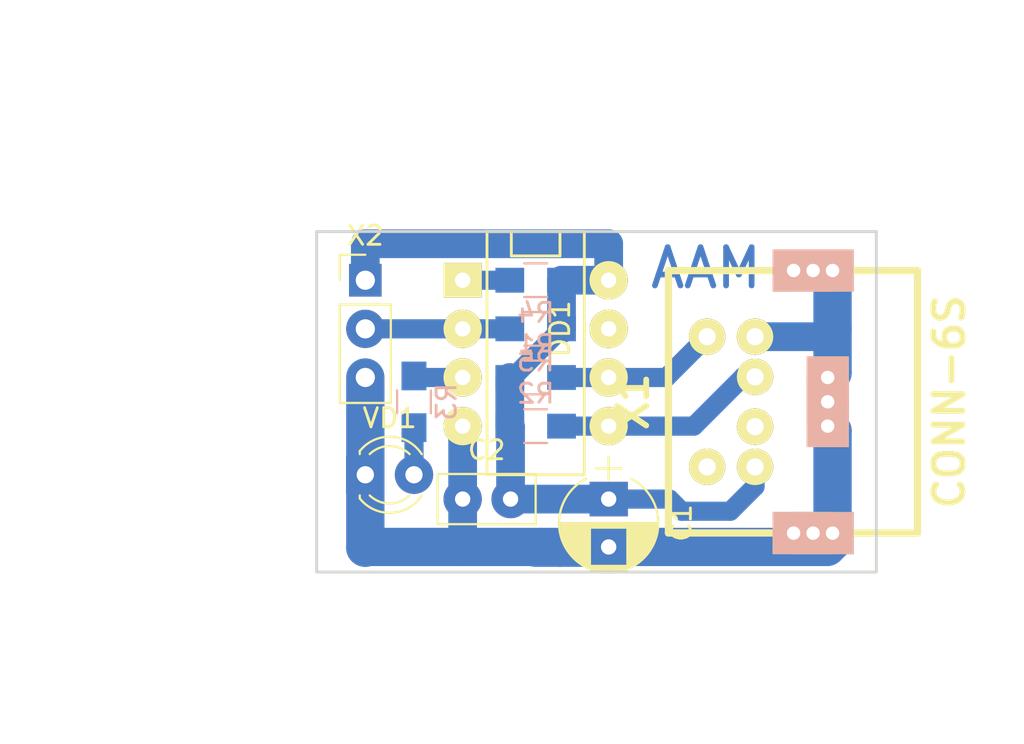
<source format=kicad_pcb>
(kicad_pcb (version 4) (host pcbnew 4.0.7)

  (general
    (links 31)
    (no_connects 0)
    (area 134.390001 50.64 188.060001 89.000001)
    (thickness 1.6)
    (drawings 11)
    (tracks 60)
    (zones 0)
    (modules 11)
    (nets 9)
  )

  (page A4)
  (layers
    (0 F.Cu signal)
    (31 B.Cu signal)
    (32 B.Adhes user)
    (33 F.Adhes user)
    (34 B.Paste user)
    (35 F.Paste user)
    (36 B.SilkS user)
    (37 F.SilkS user)
    (38 B.Mask user)
    (39 F.Mask user)
    (40 Dwgs.User user)
    (41 Cmts.User user)
    (42 Eco1.User user)
    (43 Eco2.User user)
    (44 Edge.Cuts user)
    (45 Margin user)
    (46 B.CrtYd user)
    (47 F.CrtYd user)
    (48 B.Fab user)
    (49 F.Fab user)
  )

  (setup
    (last_trace_width 2)
    (user_trace_width 1)
    (user_trace_width 1.5)
    (user_trace_width 2)
    (trace_clearance 0.2)
    (zone_clearance 0.508)
    (zone_45_only no)
    (trace_min 0.2)
    (segment_width 0.2)
    (edge_width 0.15)
    (via_size 0.6)
    (via_drill 0.4)
    (via_min_size 0.4)
    (via_min_drill 0.3)
    (uvia_size 0.3)
    (uvia_drill 0.1)
    (uvias_allowed no)
    (uvia_min_size 0.2)
    (uvia_min_drill 0.1)
    (pcb_text_width 0.3)
    (pcb_text_size 1.5 1.5)
    (mod_edge_width 0.15)
    (mod_text_size 1 1)
    (mod_text_width 0.15)
    (pad_size 1.9 1.9)
    (pad_drill 0.9)
    (pad_to_mask_clearance 0.2)
    (aux_axis_origin 0 0)
    (visible_elements FFFFFF7F)
    (pcbplotparams
      (layerselection 0x00030_80000001)
      (usegerberextensions false)
      (excludeedgelayer true)
      (linewidth 0.100000)
      (plotframeref false)
      (viasonmask false)
      (mode 1)
      (useauxorigin false)
      (hpglpennumber 1)
      (hpglpenspeed 20)
      (hpglpendiameter 15)
      (hpglpenoverlay 2)
      (psnegative false)
      (psa4output false)
      (plotreference true)
      (plotvalue true)
      (plotinvisibletext false)
      (padsonsilk false)
      (subtractmaskfromsilk false)
      (outputformat 1)
      (mirror false)
      (drillshape 1)
      (scaleselection 1)
      (outputdirectory ""))
  )

  (net 0 "")
  (net 1 VCC)
  (net 2 GND)
  (net 3 "Net-(DD1-Pad1)")
  (net 4 "Net-(DD1-Pad2)")
  (net 5 "Net-(DD1-Pad3)")
  (net 6 "Net-(DD1-Pad5)")
  (net 7 "Net-(DD1-Pad6)")
  (net 8 "Net-(R3-Pad1)")

  (net_class Default "Это класс цепей по умолчанию."
    (clearance 0.2)
    (trace_width 0.4)
    (via_dia 0.6)
    (via_drill 0.4)
    (uvia_dia 0.3)
    (uvia_drill 0.1)
    (add_net GND)
    (add_net "Net-(DD1-Pad1)")
    (add_net "Net-(DD1-Pad2)")
    (add_net "Net-(DD1-Pad3)")
    (add_net "Net-(DD1-Pad5)")
    (add_net "Net-(DD1-Pad6)")
    (add_net "Net-(R3-Pad1)")
    (add_net VCC)
  )

  (module MyLib:Mini_din6 (layer F.Cu) (tedit 5A880D45) (tstamp 5A842308)
    (at 175.26 71.12 90)
    (tags "MINI DIN")
    (path /5A8412C8)
    (fp_text reference X1 (at 0 -7.62 90) (layer F.SilkS)
      (effects (font (thickness 0.3048)))
    )
    (fp_text value CONN-6S (at 0 8.89 90) (layer F.SilkS)
      (effects (font (thickness 0.3048)))
    )
    (fp_line (start -6.85 -5.77) (end 6.85 -5.77) (layer F.SilkS) (width 0.381))
    (fp_line (start 6.85 -5.77) (end 6.85 7.23) (layer F.SilkS) (width 0.381))
    (fp_line (start 6.85 7.23) (end -6.85 7.23) (layer F.SilkS) (width 0.381))
    (fp_line (start -6.85 7.23) (end -6.85 -5.77) (layer F.SilkS) (width 0.381))
    (pad 2 thru_hole circle (at -1.3 -1.25 90) (size 1.9 1.9) (drill 0.9) (layers *.Cu *.Mask F.SilkS))
    (pad 1 thru_hole circle (at 1.3 -1.25 90) (size 1.9 1.9) (drill 0.9) (layers *.Cu *.Mask F.SilkS)
      (net 6 "Net-(DD1-Pad5)"))
    (pad 5 thru_hole circle (at 3.4 -3.75 90) (size 1.9 1.9) (drill 0.9) (layers *.Cu *.Mask F.SilkS)
      (net 7 "Net-(DD1-Pad6)"))
    (pad 6 thru_hole circle (at -3.4 -3.75 90) (size 1.9 1.9) (drill 0.9) (layers *.Cu *.Mask F.SilkS))
    (pad 4 thru_hole circle (at -3.4 -1.25 90) (size 1.9 1.9) (drill 0.9) (layers *.Cu *.Mask F.SilkS)
      (net 1 VCC))
    (pad 3 thru_hole circle (at 3.4 -1.25 90) (size 1.9 1.9) (drill 0.9) (layers *.Cu *.Mask F.SilkS)
      (net 2 GND))
    (pad S thru_hole rect (at -6.858 0.762 90) (size 2.2 2.2) (drill 0.70104) (layers *.Cu *.SilkS *.Mask)
      (net 2 GND))
    (pad S thru_hole rect (at -6.858 2.794 90) (size 2.2 2.2) (drill 0.70104) (layers *.Cu *.SilkS *.Mask)
      (net 2 GND))
    (pad S thru_hole rect (at -6.858 1.778 90) (size 2.2 2.2) (drill 0.70104) (layers *.Cu *.SilkS *.Mask)
      (net 2 GND))
    (pad S thru_hole rect (at 6.858 0.762 90) (size 2.2 2.2) (drill 0.70104) (layers *.Cu *.SilkS *.Mask)
      (net 2 GND))
    (pad S thru_hole rect (at 6.858 2.794 90) (size 2.2 2.2) (drill 0.70104) (layers *.Cu *.SilkS *.Mask)
      (net 2 GND))
    (pad S thru_hole rect (at 6.858 1.778 90) (size 2.2 2.2) (drill 0.70104) (layers *.Cu *.SilkS *.Mask)
      (net 2 GND))
    (pad S thru_hole rect (at -1.27 2.54 90) (size 2.2 2.2) (drill 0.70104) (layers *.Cu *.SilkS *.Mask)
      (net 2 GND))
    (pad S thru_hole rect (at 1.27 2.54 90) (size 2.2 2.2) (drill 0.70104) (layers *.Cu *.SilkS *.Mask)
      (net 2 GND))
    (pad S thru_hole rect (at 0 2.54 90) (size 2.2 2.2) (drill 0.70104) (layers *.Cu *.SilkS *.Mask)
      (net 2 GND))
    (model /home/las/Dropbox/Work/Kicad/3dpackages/minidin_6.wrl
      (at (xyz 0 0 0))
      (scale (xyz 1 1 1))
      (rotate (xyz 0 0 0))
    )
  )

  (module Capacitors_ThroughHole:C_Disc_D5.0mm_W2.5mm_P2.50mm (layer F.Cu) (tedit 5A85C0B4) (tstamp 5A8422C0)
    (at 158.75 76.2)
    (descr "C, Disc series, Radial, pin pitch=2.50mm, , diameter*width=5*2.5mm^2, Capacitor, http://cdn-reichelt.de/documents/datenblatt/B300/DS_KERKO_TC.pdf")
    (tags "C Disc series Radial pin pitch 2.50mm  diameter 5mm width 2.5mm Capacitor")
    (path /5A8423AC)
    (fp_text reference C2 (at 1.25 -2.56) (layer F.SilkS)
      (effects (font (size 1 1) (thickness 0.15)))
    )
    (fp_text value CAP (at 1.25 2.56) (layer F.Fab)
      (effects (font (size 1 1) (thickness 0.15)))
    )
    (fp_line (start -1.25 -1.25) (end -1.25 1.25) (layer F.Fab) (width 0.1))
    (fp_line (start -1.25 1.25) (end 3.75 1.25) (layer F.Fab) (width 0.1))
    (fp_line (start 3.75 1.25) (end 3.75 -1.25) (layer F.Fab) (width 0.1))
    (fp_line (start 3.75 -1.25) (end -1.25 -1.25) (layer F.Fab) (width 0.1))
    (fp_line (start -1.31 -1.31) (end 3.81 -1.31) (layer F.SilkS) (width 0.12))
    (fp_line (start -1.31 1.31) (end 3.81 1.31) (layer F.SilkS) (width 0.12))
    (fp_line (start -1.31 -1.31) (end -1.31 1.31) (layer F.SilkS) (width 0.12))
    (fp_line (start 3.81 -1.31) (end 3.81 1.31) (layer F.SilkS) (width 0.12))
    (fp_line (start -1.6 -1.6) (end -1.6 1.6) (layer F.CrtYd) (width 0.05))
    (fp_line (start -1.6 1.6) (end 4.1 1.6) (layer F.CrtYd) (width 0.05))
    (fp_line (start 4.1 1.6) (end 4.1 -1.6) (layer F.CrtYd) (width 0.05))
    (fp_line (start 4.1 -1.6) (end -1.6 -1.6) (layer F.CrtYd) (width 0.05))
    (fp_text user %R (at 1.25 0) (layer F.Fab)
      (effects (font (size 1 1) (thickness 0.15)))
    )
    (pad 1 thru_hole circle (at 0 0) (size 2 2) (drill 0.8) (layers *.Cu *.Mask)
      (net 2 GND))
    (pad 2 thru_hole circle (at 2.5 0) (size 2 2) (drill 0.8) (layers *.Cu *.Mask)
      (net 1 VCC))
    (model ${KISYS3DMOD}/Capacitors_THT.3dshapes/C_Disc_D5.0mm_W2.5mm_P2.50mm.wrl
      (at (xyz 0 0 0))
      (scale (xyz 1 1 1))
      (rotate (xyz 0 0 0))
    )
  )

  (module Capacitors_ThroughHole:CP_Radial_D5.0mm_P2.50mm (layer F.Cu) (tedit 5A85C0CF) (tstamp 5A8422BA)
    (at 166.37 76.2 270)
    (descr "CP, Radial series, Radial, pin pitch=2.50mm, , diameter=5mm, Electrolytic Capacitor")
    (tags "CP Radial series Radial pin pitch 2.50mm  diameter 5mm Electrolytic Capacitor")
    (path /5A842409)
    (fp_text reference C1 (at 1.25 -3.81 270) (layer F.SilkS)
      (effects (font (size 1 1) (thickness 0.15)))
    )
    (fp_text value CAPP (at 1.25 3.81 270) (layer F.Fab)
      (effects (font (size 1 1) (thickness 0.15)))
    )
    (fp_arc (start 1.25 0) (end -1.05558 -1.18) (angle 125.8) (layer F.SilkS) (width 0.12))
    (fp_arc (start 1.25 0) (end -1.05558 1.18) (angle -125.8) (layer F.SilkS) (width 0.12))
    (fp_arc (start 1.25 0) (end 3.55558 -1.18) (angle 54.2) (layer F.SilkS) (width 0.12))
    (fp_circle (center 1.25 0) (end 3.75 0) (layer F.Fab) (width 0.1))
    (fp_line (start -2.2 0) (end -1 0) (layer F.Fab) (width 0.1))
    (fp_line (start -1.6 -0.65) (end -1.6 0.65) (layer F.Fab) (width 0.1))
    (fp_line (start 1.25 -2.55) (end 1.25 2.55) (layer F.SilkS) (width 0.12))
    (fp_line (start 1.29 -2.55) (end 1.29 2.55) (layer F.SilkS) (width 0.12))
    (fp_line (start 1.33 -2.549) (end 1.33 2.549) (layer F.SilkS) (width 0.12))
    (fp_line (start 1.37 -2.548) (end 1.37 2.548) (layer F.SilkS) (width 0.12))
    (fp_line (start 1.41 -2.546) (end 1.41 2.546) (layer F.SilkS) (width 0.12))
    (fp_line (start 1.45 -2.543) (end 1.45 2.543) (layer F.SilkS) (width 0.12))
    (fp_line (start 1.49 -2.539) (end 1.49 2.539) (layer F.SilkS) (width 0.12))
    (fp_line (start 1.53 -2.535) (end 1.53 -0.98) (layer F.SilkS) (width 0.12))
    (fp_line (start 1.53 0.98) (end 1.53 2.535) (layer F.SilkS) (width 0.12))
    (fp_line (start 1.57 -2.531) (end 1.57 -0.98) (layer F.SilkS) (width 0.12))
    (fp_line (start 1.57 0.98) (end 1.57 2.531) (layer F.SilkS) (width 0.12))
    (fp_line (start 1.61 -2.525) (end 1.61 -0.98) (layer F.SilkS) (width 0.12))
    (fp_line (start 1.61 0.98) (end 1.61 2.525) (layer F.SilkS) (width 0.12))
    (fp_line (start 1.65 -2.519) (end 1.65 -0.98) (layer F.SilkS) (width 0.12))
    (fp_line (start 1.65 0.98) (end 1.65 2.519) (layer F.SilkS) (width 0.12))
    (fp_line (start 1.69 -2.513) (end 1.69 -0.98) (layer F.SilkS) (width 0.12))
    (fp_line (start 1.69 0.98) (end 1.69 2.513) (layer F.SilkS) (width 0.12))
    (fp_line (start 1.73 -2.506) (end 1.73 -0.98) (layer F.SilkS) (width 0.12))
    (fp_line (start 1.73 0.98) (end 1.73 2.506) (layer F.SilkS) (width 0.12))
    (fp_line (start 1.77 -2.498) (end 1.77 -0.98) (layer F.SilkS) (width 0.12))
    (fp_line (start 1.77 0.98) (end 1.77 2.498) (layer F.SilkS) (width 0.12))
    (fp_line (start 1.81 -2.489) (end 1.81 -0.98) (layer F.SilkS) (width 0.12))
    (fp_line (start 1.81 0.98) (end 1.81 2.489) (layer F.SilkS) (width 0.12))
    (fp_line (start 1.85 -2.48) (end 1.85 -0.98) (layer F.SilkS) (width 0.12))
    (fp_line (start 1.85 0.98) (end 1.85 2.48) (layer F.SilkS) (width 0.12))
    (fp_line (start 1.89 -2.47) (end 1.89 -0.98) (layer F.SilkS) (width 0.12))
    (fp_line (start 1.89 0.98) (end 1.89 2.47) (layer F.SilkS) (width 0.12))
    (fp_line (start 1.93 -2.46) (end 1.93 -0.98) (layer F.SilkS) (width 0.12))
    (fp_line (start 1.93 0.98) (end 1.93 2.46) (layer F.SilkS) (width 0.12))
    (fp_line (start 1.971 -2.448) (end 1.971 -0.98) (layer F.SilkS) (width 0.12))
    (fp_line (start 1.971 0.98) (end 1.971 2.448) (layer F.SilkS) (width 0.12))
    (fp_line (start 2.011 -2.436) (end 2.011 -0.98) (layer F.SilkS) (width 0.12))
    (fp_line (start 2.011 0.98) (end 2.011 2.436) (layer F.SilkS) (width 0.12))
    (fp_line (start 2.051 -2.424) (end 2.051 -0.98) (layer F.SilkS) (width 0.12))
    (fp_line (start 2.051 0.98) (end 2.051 2.424) (layer F.SilkS) (width 0.12))
    (fp_line (start 2.091 -2.41) (end 2.091 -0.98) (layer F.SilkS) (width 0.12))
    (fp_line (start 2.091 0.98) (end 2.091 2.41) (layer F.SilkS) (width 0.12))
    (fp_line (start 2.131 -2.396) (end 2.131 -0.98) (layer F.SilkS) (width 0.12))
    (fp_line (start 2.131 0.98) (end 2.131 2.396) (layer F.SilkS) (width 0.12))
    (fp_line (start 2.171 -2.382) (end 2.171 -0.98) (layer F.SilkS) (width 0.12))
    (fp_line (start 2.171 0.98) (end 2.171 2.382) (layer F.SilkS) (width 0.12))
    (fp_line (start 2.211 -2.366) (end 2.211 -0.98) (layer F.SilkS) (width 0.12))
    (fp_line (start 2.211 0.98) (end 2.211 2.366) (layer F.SilkS) (width 0.12))
    (fp_line (start 2.251 -2.35) (end 2.251 -0.98) (layer F.SilkS) (width 0.12))
    (fp_line (start 2.251 0.98) (end 2.251 2.35) (layer F.SilkS) (width 0.12))
    (fp_line (start 2.291 -2.333) (end 2.291 -0.98) (layer F.SilkS) (width 0.12))
    (fp_line (start 2.291 0.98) (end 2.291 2.333) (layer F.SilkS) (width 0.12))
    (fp_line (start 2.331 -2.315) (end 2.331 -0.98) (layer F.SilkS) (width 0.12))
    (fp_line (start 2.331 0.98) (end 2.331 2.315) (layer F.SilkS) (width 0.12))
    (fp_line (start 2.371 -2.296) (end 2.371 -0.98) (layer F.SilkS) (width 0.12))
    (fp_line (start 2.371 0.98) (end 2.371 2.296) (layer F.SilkS) (width 0.12))
    (fp_line (start 2.411 -2.276) (end 2.411 -0.98) (layer F.SilkS) (width 0.12))
    (fp_line (start 2.411 0.98) (end 2.411 2.276) (layer F.SilkS) (width 0.12))
    (fp_line (start 2.451 -2.256) (end 2.451 -0.98) (layer F.SilkS) (width 0.12))
    (fp_line (start 2.451 0.98) (end 2.451 2.256) (layer F.SilkS) (width 0.12))
    (fp_line (start 2.491 -2.234) (end 2.491 -0.98) (layer F.SilkS) (width 0.12))
    (fp_line (start 2.491 0.98) (end 2.491 2.234) (layer F.SilkS) (width 0.12))
    (fp_line (start 2.531 -2.212) (end 2.531 -0.98) (layer F.SilkS) (width 0.12))
    (fp_line (start 2.531 0.98) (end 2.531 2.212) (layer F.SilkS) (width 0.12))
    (fp_line (start 2.571 -2.189) (end 2.571 -0.98) (layer F.SilkS) (width 0.12))
    (fp_line (start 2.571 0.98) (end 2.571 2.189) (layer F.SilkS) (width 0.12))
    (fp_line (start 2.611 -2.165) (end 2.611 -0.98) (layer F.SilkS) (width 0.12))
    (fp_line (start 2.611 0.98) (end 2.611 2.165) (layer F.SilkS) (width 0.12))
    (fp_line (start 2.651 -2.14) (end 2.651 -0.98) (layer F.SilkS) (width 0.12))
    (fp_line (start 2.651 0.98) (end 2.651 2.14) (layer F.SilkS) (width 0.12))
    (fp_line (start 2.691 -2.113) (end 2.691 -0.98) (layer F.SilkS) (width 0.12))
    (fp_line (start 2.691 0.98) (end 2.691 2.113) (layer F.SilkS) (width 0.12))
    (fp_line (start 2.731 -2.086) (end 2.731 -0.98) (layer F.SilkS) (width 0.12))
    (fp_line (start 2.731 0.98) (end 2.731 2.086) (layer F.SilkS) (width 0.12))
    (fp_line (start 2.771 -2.058) (end 2.771 -0.98) (layer F.SilkS) (width 0.12))
    (fp_line (start 2.771 0.98) (end 2.771 2.058) (layer F.SilkS) (width 0.12))
    (fp_line (start 2.811 -2.028) (end 2.811 -0.98) (layer F.SilkS) (width 0.12))
    (fp_line (start 2.811 0.98) (end 2.811 2.028) (layer F.SilkS) (width 0.12))
    (fp_line (start 2.851 -1.997) (end 2.851 -0.98) (layer F.SilkS) (width 0.12))
    (fp_line (start 2.851 0.98) (end 2.851 1.997) (layer F.SilkS) (width 0.12))
    (fp_line (start 2.891 -1.965) (end 2.891 -0.98) (layer F.SilkS) (width 0.12))
    (fp_line (start 2.891 0.98) (end 2.891 1.965) (layer F.SilkS) (width 0.12))
    (fp_line (start 2.931 -1.932) (end 2.931 -0.98) (layer F.SilkS) (width 0.12))
    (fp_line (start 2.931 0.98) (end 2.931 1.932) (layer F.SilkS) (width 0.12))
    (fp_line (start 2.971 -1.897) (end 2.971 -0.98) (layer F.SilkS) (width 0.12))
    (fp_line (start 2.971 0.98) (end 2.971 1.897) (layer F.SilkS) (width 0.12))
    (fp_line (start 3.011 -1.861) (end 3.011 -0.98) (layer F.SilkS) (width 0.12))
    (fp_line (start 3.011 0.98) (end 3.011 1.861) (layer F.SilkS) (width 0.12))
    (fp_line (start 3.051 -1.823) (end 3.051 -0.98) (layer F.SilkS) (width 0.12))
    (fp_line (start 3.051 0.98) (end 3.051 1.823) (layer F.SilkS) (width 0.12))
    (fp_line (start 3.091 -1.783) (end 3.091 -0.98) (layer F.SilkS) (width 0.12))
    (fp_line (start 3.091 0.98) (end 3.091 1.783) (layer F.SilkS) (width 0.12))
    (fp_line (start 3.131 -1.742) (end 3.131 -0.98) (layer F.SilkS) (width 0.12))
    (fp_line (start 3.131 0.98) (end 3.131 1.742) (layer F.SilkS) (width 0.12))
    (fp_line (start 3.171 -1.699) (end 3.171 -0.98) (layer F.SilkS) (width 0.12))
    (fp_line (start 3.171 0.98) (end 3.171 1.699) (layer F.SilkS) (width 0.12))
    (fp_line (start 3.211 -1.654) (end 3.211 -0.98) (layer F.SilkS) (width 0.12))
    (fp_line (start 3.211 0.98) (end 3.211 1.654) (layer F.SilkS) (width 0.12))
    (fp_line (start 3.251 -1.606) (end 3.251 -0.98) (layer F.SilkS) (width 0.12))
    (fp_line (start 3.251 0.98) (end 3.251 1.606) (layer F.SilkS) (width 0.12))
    (fp_line (start 3.291 -1.556) (end 3.291 -0.98) (layer F.SilkS) (width 0.12))
    (fp_line (start 3.291 0.98) (end 3.291 1.556) (layer F.SilkS) (width 0.12))
    (fp_line (start 3.331 -1.504) (end 3.331 -0.98) (layer F.SilkS) (width 0.12))
    (fp_line (start 3.331 0.98) (end 3.331 1.504) (layer F.SilkS) (width 0.12))
    (fp_line (start 3.371 -1.448) (end 3.371 -0.98) (layer F.SilkS) (width 0.12))
    (fp_line (start 3.371 0.98) (end 3.371 1.448) (layer F.SilkS) (width 0.12))
    (fp_line (start 3.411 -1.39) (end 3.411 -0.98) (layer F.SilkS) (width 0.12))
    (fp_line (start 3.411 0.98) (end 3.411 1.39) (layer F.SilkS) (width 0.12))
    (fp_line (start 3.451 -1.327) (end 3.451 -0.98) (layer F.SilkS) (width 0.12))
    (fp_line (start 3.451 0.98) (end 3.451 1.327) (layer F.SilkS) (width 0.12))
    (fp_line (start 3.491 -1.261) (end 3.491 1.261) (layer F.SilkS) (width 0.12))
    (fp_line (start 3.531 -1.189) (end 3.531 1.189) (layer F.SilkS) (width 0.12))
    (fp_line (start 3.571 -1.112) (end 3.571 1.112) (layer F.SilkS) (width 0.12))
    (fp_line (start 3.611 -1.028) (end 3.611 1.028) (layer F.SilkS) (width 0.12))
    (fp_line (start 3.651 -0.934) (end 3.651 0.934) (layer F.SilkS) (width 0.12))
    (fp_line (start 3.691 -0.829) (end 3.691 0.829) (layer F.SilkS) (width 0.12))
    (fp_line (start 3.731 -0.707) (end 3.731 0.707) (layer F.SilkS) (width 0.12))
    (fp_line (start 3.771 -0.559) (end 3.771 0.559) (layer F.SilkS) (width 0.12))
    (fp_line (start 3.811 -0.354) (end 3.811 0.354) (layer F.SilkS) (width 0.12))
    (fp_line (start -2.2 0) (end -1 0) (layer F.SilkS) (width 0.12))
    (fp_line (start -1.6 -0.65) (end -1.6 0.65) (layer F.SilkS) (width 0.12))
    (fp_line (start -1.6 -2.85) (end -1.6 2.85) (layer F.CrtYd) (width 0.05))
    (fp_line (start -1.6 2.85) (end 4.1 2.85) (layer F.CrtYd) (width 0.05))
    (fp_line (start 4.1 2.85) (end 4.1 -2.85) (layer F.CrtYd) (width 0.05))
    (fp_line (start 4.1 -2.85) (end -1.6 -2.85) (layer F.CrtYd) (width 0.05))
    (fp_text user %R (at 1.25 0 270) (layer F.Fab)
      (effects (font (size 1 1) (thickness 0.15)))
    )
    (pad 1 thru_hole rect (at 0 0 270) (size 1.8 2) (drill 0.8) (layers *.Cu *.Mask)
      (net 1 VCC))
    (pad 2 thru_hole circle (at 2.5 0 270) (size 2 2) (drill 0.8) (layers *.Cu *.Mask)
      (net 2 GND))
    (model ${KISYS3DMOD}/Capacitors_THT.3dshapes/CP_Radial_D5.0mm_P2.50mm.wrl
      (at (xyz 0 0 0))
      (scale (xyz 1 1 1))
      (rotate (xyz 0 0 0))
    )
  )

  (module MyLib:DIP-8 (layer F.Cu) (tedit 5A85C082) (tstamp 5A8422D3)
    (at 158.75 64.77 270)
    (descr "14 pins DIL package, elliptical pads")
    (tags DIL)
    (path /5A841252)
    (fp_text reference DD1 (at 2.54 -5.08 270) (layer F.SilkS)
      (effects (font (size 1 1) (thickness 0.15)))
    )
    (fp_text value ATtiny13 (at 3.81 -2.54 270) (layer F.Fab)
      (effects (font (size 1 1) (thickness 0.15)))
    )
    (fp_line (start -2.54 -6.35) (end 10.16 -6.35) (layer F.SilkS) (width 0.15))
    (fp_line (start 10.16 -1.27) (end -2.54 -1.27) (layer F.SilkS) (width 0.15))
    (fp_line (start -2.54 -1.27) (end -2.54 -6.35) (layer F.SilkS) (width 0.15))
    (fp_line (start -2.54 -5.08) (end -1.27 -5.08) (layer F.SilkS) (width 0.15))
    (fp_line (start -1.27 -5.08) (end -1.27 -2.54) (layer F.SilkS) (width 0.15))
    (fp_line (start -1.27 -2.54) (end -2.54 -2.54) (layer F.SilkS) (width 0.15))
    (fp_line (start 10.16 -6.35) (end 10.16 -1.27) (layer F.SilkS) (width 0.15))
    (pad 1 thru_hole rect (at 0 0 270) (size 1.8 2) (drill 0.8) (layers *.Cu *.Mask F.SilkS)
      (net 3 "Net-(DD1-Pad1)"))
    (pad 2 thru_hole circle (at 2.54 0 270) (size 2 2) (drill 0.8) (layers *.Cu *.Mask F.SilkS)
      (net 4 "Net-(DD1-Pad2)"))
    (pad 3 thru_hole circle (at 5.08 0 270) (size 2 2) (drill 0.8) (layers *.Cu *.Mask F.SilkS)
      (net 5 "Net-(DD1-Pad3)"))
    (pad 4 thru_hole circle (at 7.62 0 270) (size 2 2) (drill 0.8) (layers *.Cu *.Mask F.SilkS)
      (net 2 GND))
    (pad 5 thru_hole circle (at 7.62 -7.62 270) (size 2 2) (drill 0.8) (layers *.Cu *.Mask F.SilkS)
      (net 6 "Net-(DD1-Pad5)"))
    (pad 6 thru_hole circle (at 5.08 -7.62 270) (size 2 2) (drill 0.8) (layers *.Cu *.Mask F.SilkS)
      (net 7 "Net-(DD1-Pad6)"))
    (pad 7 thru_hole circle (at 2.54 -7.62 270) (size 2 2) (drill 0.8) (layers *.Cu *.Mask F.SilkS))
    (pad 8 thru_hole circle (at 0 -7.62 270) (size 2 2) (drill 0.8) (layers *.Cu *.Mask F.SilkS)
      (net 1 VCC))
    (model Sockets_DIP.3dshapes/DIP-8__300_ELL.wrl
      (at (xyz 0.15 0.15 0))
      (scale (xyz 1 1 1))
      (rotate (xyz 0 0 0))
    )
  )

  (module Resistors_SMD:R_0805_HandSoldering (layer B.Cu) (tedit 58E0A804) (tstamp 5A8422D9)
    (at 162.56 69.85 180)
    (descr "Resistor SMD 0805, hand soldering")
    (tags "resistor 0805")
    (path /5A841A40)
    (attr smd)
    (fp_text reference R1 (at 0 1.7 180) (layer B.SilkS)
      (effects (font (size 1 1) (thickness 0.15)) (justify mirror))
    )
    (fp_text value RES (at 0 -1.75 180) (layer B.Fab)
      (effects (font (size 1 1) (thickness 0.15)) (justify mirror))
    )
    (fp_text user %R (at 0 0 180) (layer B.Fab)
      (effects (font (size 0.5 0.5) (thickness 0.075)) (justify mirror))
    )
    (fp_line (start -1 -0.62) (end -1 0.62) (layer B.Fab) (width 0.1))
    (fp_line (start 1 -0.62) (end -1 -0.62) (layer B.Fab) (width 0.1))
    (fp_line (start 1 0.62) (end 1 -0.62) (layer B.Fab) (width 0.1))
    (fp_line (start -1 0.62) (end 1 0.62) (layer B.Fab) (width 0.1))
    (fp_line (start 0.6 -0.88) (end -0.6 -0.88) (layer B.SilkS) (width 0.12))
    (fp_line (start -0.6 0.88) (end 0.6 0.88) (layer B.SilkS) (width 0.12))
    (fp_line (start -2.35 0.9) (end 2.35 0.9) (layer B.CrtYd) (width 0.05))
    (fp_line (start -2.35 0.9) (end -2.35 -0.9) (layer B.CrtYd) (width 0.05))
    (fp_line (start 2.35 -0.9) (end 2.35 0.9) (layer B.CrtYd) (width 0.05))
    (fp_line (start 2.35 -0.9) (end -2.35 -0.9) (layer B.CrtYd) (width 0.05))
    (pad 1 smd rect (at -1.35 0 180) (size 1.5 1.3) (layers B.Cu B.Paste B.Mask)
      (net 7 "Net-(DD1-Pad6)"))
    (pad 2 smd rect (at 1.35 0 180) (size 1.5 1.3) (layers B.Cu B.Paste B.Mask)
      (net 1 VCC))
    (model ${KISYS3DMOD}/Resistors_SMD.3dshapes/R_0805.wrl
      (at (xyz 0 0 0))
      (scale (xyz 1 1 1))
      (rotate (xyz 0 0 0))
    )
  )

  (module Resistors_SMD:R_0805_HandSoldering (layer B.Cu) (tedit 58E0A804) (tstamp 5A8422DF)
    (at 162.56 72.39 180)
    (descr "Resistor SMD 0805, hand soldering")
    (tags "resistor 0805")
    (path /5A8419C5)
    (attr smd)
    (fp_text reference R2 (at 0 1.7 180) (layer B.SilkS)
      (effects (font (size 1 1) (thickness 0.15)) (justify mirror))
    )
    (fp_text value RES (at 0 -1.75 180) (layer B.Fab)
      (effects (font (size 1 1) (thickness 0.15)) (justify mirror))
    )
    (fp_text user %R (at 0 0 180) (layer B.Fab)
      (effects (font (size 0.5 0.5) (thickness 0.075)) (justify mirror))
    )
    (fp_line (start -1 -0.62) (end -1 0.62) (layer B.Fab) (width 0.1))
    (fp_line (start 1 -0.62) (end -1 -0.62) (layer B.Fab) (width 0.1))
    (fp_line (start 1 0.62) (end 1 -0.62) (layer B.Fab) (width 0.1))
    (fp_line (start -1 0.62) (end 1 0.62) (layer B.Fab) (width 0.1))
    (fp_line (start 0.6 -0.88) (end -0.6 -0.88) (layer B.SilkS) (width 0.12))
    (fp_line (start -0.6 0.88) (end 0.6 0.88) (layer B.SilkS) (width 0.12))
    (fp_line (start -2.35 0.9) (end 2.35 0.9) (layer B.CrtYd) (width 0.05))
    (fp_line (start -2.35 0.9) (end -2.35 -0.9) (layer B.CrtYd) (width 0.05))
    (fp_line (start 2.35 -0.9) (end 2.35 0.9) (layer B.CrtYd) (width 0.05))
    (fp_line (start 2.35 -0.9) (end -2.35 -0.9) (layer B.CrtYd) (width 0.05))
    (pad 1 smd rect (at -1.35 0 180) (size 1.5 1.3) (layers B.Cu B.Paste B.Mask)
      (net 6 "Net-(DD1-Pad5)"))
    (pad 2 smd rect (at 1.35 0 180) (size 1.5 1.3) (layers B.Cu B.Paste B.Mask)
      (net 1 VCC))
    (model ${KISYS3DMOD}/Resistors_SMD.3dshapes/R_0805.wrl
      (at (xyz 0 0 0))
      (scale (xyz 1 1 1))
      (rotate (xyz 0 0 0))
    )
  )

  (module Resistors_SMD:R_0805_HandSoldering (layer B.Cu) (tedit 58E0A804) (tstamp 5A8422E5)
    (at 156.21 71.12 90)
    (descr "Resistor SMD 0805, hand soldering")
    (tags "resistor 0805")
    (path /5A841BA6)
    (attr smd)
    (fp_text reference R3 (at 0 1.7 90) (layer B.SilkS)
      (effects (font (size 1 1) (thickness 0.15)) (justify mirror))
    )
    (fp_text value RES (at 0 -1.75 90) (layer B.Fab)
      (effects (font (size 1 1) (thickness 0.15)) (justify mirror))
    )
    (fp_text user %R (at 0 0 90) (layer B.Fab)
      (effects (font (size 0.5 0.5) (thickness 0.075)) (justify mirror))
    )
    (fp_line (start -1 -0.62) (end -1 0.62) (layer B.Fab) (width 0.1))
    (fp_line (start 1 -0.62) (end -1 -0.62) (layer B.Fab) (width 0.1))
    (fp_line (start 1 0.62) (end 1 -0.62) (layer B.Fab) (width 0.1))
    (fp_line (start -1 0.62) (end 1 0.62) (layer B.Fab) (width 0.1))
    (fp_line (start 0.6 -0.88) (end -0.6 -0.88) (layer B.SilkS) (width 0.12))
    (fp_line (start -0.6 0.88) (end 0.6 0.88) (layer B.SilkS) (width 0.12))
    (fp_line (start -2.35 0.9) (end 2.35 0.9) (layer B.CrtYd) (width 0.05))
    (fp_line (start -2.35 0.9) (end -2.35 -0.9) (layer B.CrtYd) (width 0.05))
    (fp_line (start 2.35 -0.9) (end 2.35 0.9) (layer B.CrtYd) (width 0.05))
    (fp_line (start 2.35 -0.9) (end -2.35 -0.9) (layer B.CrtYd) (width 0.05))
    (pad 1 smd rect (at -1.35 0 90) (size 1.5 1.3) (layers B.Cu B.Paste B.Mask)
      (net 8 "Net-(R3-Pad1)"))
    (pad 2 smd rect (at 1.35 0 90) (size 1.5 1.3) (layers B.Cu B.Paste B.Mask)
      (net 5 "Net-(DD1-Pad3)"))
    (model ${KISYS3DMOD}/Resistors_SMD.3dshapes/R_0805.wrl
      (at (xyz 0 0 0))
      (scale (xyz 1 1 1))
      (rotate (xyz 0 0 0))
    )
  )

  (module Resistors_SMD:R_0805_HandSoldering (layer B.Cu) (tedit 58E0A804) (tstamp 5A8422EB)
    (at 162.56 64.77)
    (descr "Resistor SMD 0805, hand soldering")
    (tags "resistor 0805")
    (path /5A842070)
    (attr smd)
    (fp_text reference R4 (at 0 1.7) (layer B.SilkS)
      (effects (font (size 1 1) (thickness 0.15)) (justify mirror))
    )
    (fp_text value RES (at 0 -1.75) (layer B.Fab)
      (effects (font (size 1 1) (thickness 0.15)) (justify mirror))
    )
    (fp_text user %R (at 0 0) (layer B.Fab)
      (effects (font (size 0.5 0.5) (thickness 0.075)) (justify mirror))
    )
    (fp_line (start -1 -0.62) (end -1 0.62) (layer B.Fab) (width 0.1))
    (fp_line (start 1 -0.62) (end -1 -0.62) (layer B.Fab) (width 0.1))
    (fp_line (start 1 0.62) (end 1 -0.62) (layer B.Fab) (width 0.1))
    (fp_line (start -1 0.62) (end 1 0.62) (layer B.Fab) (width 0.1))
    (fp_line (start 0.6 -0.88) (end -0.6 -0.88) (layer B.SilkS) (width 0.12))
    (fp_line (start -0.6 0.88) (end 0.6 0.88) (layer B.SilkS) (width 0.12))
    (fp_line (start -2.35 0.9) (end 2.35 0.9) (layer B.CrtYd) (width 0.05))
    (fp_line (start -2.35 0.9) (end -2.35 -0.9) (layer B.CrtYd) (width 0.05))
    (fp_line (start 2.35 -0.9) (end 2.35 0.9) (layer B.CrtYd) (width 0.05))
    (fp_line (start 2.35 -0.9) (end -2.35 -0.9) (layer B.CrtYd) (width 0.05))
    (pad 1 smd rect (at -1.35 0) (size 1.5 1.3) (layers B.Cu B.Paste B.Mask)
      (net 3 "Net-(DD1-Pad1)"))
    (pad 2 smd rect (at 1.35 0) (size 1.5 1.3) (layers B.Cu B.Paste B.Mask)
      (net 1 VCC))
    (model ${KISYS3DMOD}/Resistors_SMD.3dshapes/R_0805.wrl
      (at (xyz 0 0 0))
      (scale (xyz 1 1 1))
      (rotate (xyz 0 0 0))
    )
  )

  (module Resistors_SMD:R_0805_HandSoldering (layer B.Cu) (tedit 58E0A804) (tstamp 5A8422F1)
    (at 162.56 67.31)
    (descr "Resistor SMD 0805, hand soldering")
    (tags "resistor 0805")
    (path /5A84213E)
    (attr smd)
    (fp_text reference R5 (at 0 1.7) (layer B.SilkS)
      (effects (font (size 1 1) (thickness 0.15)) (justify mirror))
    )
    (fp_text value RES (at 0 -1.75) (layer B.Fab)
      (effects (font (size 1 1) (thickness 0.15)) (justify mirror))
    )
    (fp_text user %R (at 0 0) (layer B.Fab)
      (effects (font (size 0.5 0.5) (thickness 0.075)) (justify mirror))
    )
    (fp_line (start -1 -0.62) (end -1 0.62) (layer B.Fab) (width 0.1))
    (fp_line (start 1 -0.62) (end -1 -0.62) (layer B.Fab) (width 0.1))
    (fp_line (start 1 0.62) (end 1 -0.62) (layer B.Fab) (width 0.1))
    (fp_line (start -1 0.62) (end 1 0.62) (layer B.Fab) (width 0.1))
    (fp_line (start 0.6 -0.88) (end -0.6 -0.88) (layer B.SilkS) (width 0.12))
    (fp_line (start -0.6 0.88) (end 0.6 0.88) (layer B.SilkS) (width 0.12))
    (fp_line (start -2.35 0.9) (end 2.35 0.9) (layer B.CrtYd) (width 0.05))
    (fp_line (start -2.35 0.9) (end -2.35 -0.9) (layer B.CrtYd) (width 0.05))
    (fp_line (start 2.35 -0.9) (end 2.35 0.9) (layer B.CrtYd) (width 0.05))
    (fp_line (start 2.35 -0.9) (end -2.35 -0.9) (layer B.CrtYd) (width 0.05))
    (pad 1 smd rect (at -1.35 0) (size 1.5 1.3) (layers B.Cu B.Paste B.Mask)
      (net 4 "Net-(DD1-Pad2)"))
    (pad 2 smd rect (at 1.35 0) (size 1.5 1.3) (layers B.Cu B.Paste B.Mask)
      (net 1 VCC))
    (model ${KISYS3DMOD}/Resistors_SMD.3dshapes/R_0805.wrl
      (at (xyz 0 0 0))
      (scale (xyz 1 1 1))
      (rotate (xyz 0 0 0))
    )
  )

  (module LEDs:LED_D3.0mm (layer F.Cu) (tedit 5A85C0AA) (tstamp 5A8422F7)
    (at 153.67 74.93)
    (descr "LED, diameter 3.0mm, 2 pins")
    (tags "LED diameter 3.0mm 2 pins")
    (path /5A841AD9)
    (fp_text reference VD1 (at 1.27 -2.96) (layer F.SilkS)
      (effects (font (size 1 1) (thickness 0.15)))
    )
    (fp_text value LED (at 1.27 2.96) (layer F.Fab)
      (effects (font (size 1 1) (thickness 0.15)))
    )
    (fp_arc (start 1.27 0) (end -0.23 -1.16619) (angle 284.3) (layer F.Fab) (width 0.1))
    (fp_arc (start 1.27 0) (end -0.29 -1.235516) (angle 108.8) (layer F.SilkS) (width 0.12))
    (fp_arc (start 1.27 0) (end -0.29 1.235516) (angle -108.8) (layer F.SilkS) (width 0.12))
    (fp_arc (start 1.27 0) (end 0.229039 -1.08) (angle 87.9) (layer F.SilkS) (width 0.12))
    (fp_arc (start 1.27 0) (end 0.229039 1.08) (angle -87.9) (layer F.SilkS) (width 0.12))
    (fp_circle (center 1.27 0) (end 2.77 0) (layer F.Fab) (width 0.1))
    (fp_line (start -0.23 -1.16619) (end -0.23 1.16619) (layer F.Fab) (width 0.1))
    (fp_line (start -0.29 -1.236) (end -0.29 -1.08) (layer F.SilkS) (width 0.12))
    (fp_line (start -0.29 1.08) (end -0.29 1.236) (layer F.SilkS) (width 0.12))
    (fp_line (start -1.15 -2.25) (end -1.15 2.25) (layer F.CrtYd) (width 0.05))
    (fp_line (start -1.15 2.25) (end 3.7 2.25) (layer F.CrtYd) (width 0.05))
    (fp_line (start 3.7 2.25) (end 3.7 -2.25) (layer F.CrtYd) (width 0.05))
    (fp_line (start 3.7 -2.25) (end -1.15 -2.25) (layer F.CrtYd) (width 0.05))
    (pad 1 thru_hole rect (at 0 0) (size 2 2) (drill 0.9) (layers *.Cu *.Mask)
      (net 2 GND))
    (pad 2 thru_hole circle (at 2.54 0) (size 2 2) (drill 0.9) (layers *.Cu *.Mask)
      (net 8 "Net-(R3-Pad1)"))
    (model ${KISYS3DMOD}/LEDs.3dshapes/LED_D3.0mm.wrl
      (at (xyz 0 0 0))
      (scale (xyz 0.393701 0.393701 0.393701))
      (rotate (xyz 0 0 0))
    )
  )

  (module Pin_Headers:Pin_Header_Straight_1x03_Pitch2.54mm (layer F.Cu) (tedit 5A85C096) (tstamp 5A842FD8)
    (at 153.67 64.77)
    (descr "Through hole straight pin header, 1x03, 2.54mm pitch, single row")
    (tags "Through hole pin header THT 1x03 2.54mm single row")
    (path /5A84244B)
    (fp_text reference X2 (at 0 -2.33) (layer F.SilkS)
      (effects (font (size 1 1) (thickness 0.15)))
    )
    (fp_text value CONN-3 (at 0 7.41) (layer F.Fab)
      (effects (font (size 1 1) (thickness 0.15)))
    )
    (fp_line (start -0.635 -1.27) (end 1.27 -1.27) (layer F.Fab) (width 0.1))
    (fp_line (start 1.27 -1.27) (end 1.27 6.35) (layer F.Fab) (width 0.1))
    (fp_line (start 1.27 6.35) (end -1.27 6.35) (layer F.Fab) (width 0.1))
    (fp_line (start -1.27 6.35) (end -1.27 -0.635) (layer F.Fab) (width 0.1))
    (fp_line (start -1.27 -0.635) (end -0.635 -1.27) (layer F.Fab) (width 0.1))
    (fp_line (start -1.33 6.41) (end 1.33 6.41) (layer F.SilkS) (width 0.12))
    (fp_line (start -1.33 1.27) (end -1.33 6.41) (layer F.SilkS) (width 0.12))
    (fp_line (start 1.33 1.27) (end 1.33 6.41) (layer F.SilkS) (width 0.12))
    (fp_line (start -1.33 1.27) (end 1.33 1.27) (layer F.SilkS) (width 0.12))
    (fp_line (start -1.33 0) (end -1.33 -1.33) (layer F.SilkS) (width 0.12))
    (fp_line (start -1.33 -1.33) (end 0 -1.33) (layer F.SilkS) (width 0.12))
    (fp_line (start -1.8 -1.8) (end -1.8 6.85) (layer F.CrtYd) (width 0.05))
    (fp_line (start -1.8 6.85) (end 1.8 6.85) (layer F.CrtYd) (width 0.05))
    (fp_line (start 1.8 6.85) (end 1.8 -1.8) (layer F.CrtYd) (width 0.05))
    (fp_line (start 1.8 -1.8) (end -1.8 -1.8) (layer F.CrtYd) (width 0.05))
    (fp_text user %R (at 0 2.54 90) (layer F.Fab)
      (effects (font (size 1 1) (thickness 0.15)))
    )
    (pad 1 thru_hole rect (at 0 0) (size 1.7 1.7) (drill 1) (layers *.Cu *.Mask)
      (net 1 VCC))
    (pad 2 thru_hole circle (at 0 2.54) (size 2 2) (drill 1) (layers *.Cu *.Mask)
      (net 4 "Net-(DD1-Pad2)"))
    (pad 3 thru_hole oval (at 0 5.08) (size 1.7 1.7) (drill 1) (layers *.Cu *.Mask)
      (net 2 GND))
    (model ${KISYS3DMOD}/Pin_Headers.3dshapes/Pin_Header_Straight_1x03_Pitch2.54mm.wrl
      (at (xyz 0 0 0))
      (scale (xyz 1 1 1))
      (rotate (xyz 0 0 0))
    )
  )

  (gr_text MAA (at 171.45 64.135) (layer B.Cu)
    (effects (font (size 2 2) (thickness 0.3)) (justify mirror))
  )
  (gr_line (start 180.34 62.23) (end 187.96 62.23) (angle 90) (layer Margin) (width 0.2))
  (gr_line (start 180.34 80.01) (end 187.96 80.01) (angle 90) (layer Margin) (width 0.2))
  (gr_line (start 180.34 80.01) (end 180.34 88.9) (angle 90) (layer Margin) (width 0.2))
  (gr_line (start 151.13 80.01) (end 151.13 88.9) (angle 90) (layer Margin) (width 0.2))
  (dimension 17.78 (width 0.3) (layer Margin)
    (gr_text "17.780 mm" (at 140.89 71.12 270) (layer Margin)
      (effects (font (size 1.5 1.5) (thickness 0.3)))
    )
    (feature1 (pts (xy 180.34 80.01) (xy 139.54 80.01)))
    (feature2 (pts (xy 180.34 62.23) (xy 139.54 62.23)))
    (crossbar (pts (xy 142.24 62.23) (xy 142.24 80.01)))
    (arrow1a (pts (xy 142.24 80.01) (xy 141.653579 78.883496)))
    (arrow1b (pts (xy 142.24 80.01) (xy 142.826421 78.883496)))
    (arrow2a (pts (xy 142.24 62.23) (xy 141.653579 63.356504)))
    (arrow2b (pts (xy 142.24 62.23) (xy 142.826421 63.356504)))
  )
  (dimension 29.21 (width 0.3) (layer Margin)
    (gr_text "29.210 mm" (at 165.735 51.99) (layer Margin)
      (effects (font (size 1.5 1.5) (thickness 0.3)))
    )
    (feature1 (pts (xy 180.34 80.01) (xy 180.34 50.64)))
    (feature2 (pts (xy 151.13 80.01) (xy 151.13 50.64)))
    (crossbar (pts (xy 151.13 53.34) (xy 180.34 53.34)))
    (arrow1a (pts (xy 180.34 53.34) (xy 179.213496 53.926421)))
    (arrow1b (pts (xy 180.34 53.34) (xy 179.213496 52.753579)))
    (arrow2a (pts (xy 151.13 53.34) (xy 152.256504 53.926421)))
    (arrow2b (pts (xy 151.13 53.34) (xy 152.256504 52.753579)))
  )
  (gr_line (start 151.13 62.23) (end 180.34 62.23) (angle 90) (layer Edge.Cuts) (width 0.15))
  (gr_line (start 180.34 80.01) (end 151.13 80.01) (angle 90) (layer Edge.Cuts) (width 0.15))
  (gr_line (start 151.13 62.23) (end 151.13 80.01) (angle 90) (layer Edge.Cuts) (width 0.15))
  (gr_line (start 180.34 62.23) (end 180.34 80.01) (angle 90) (layer Edge.Cuts) (width 0.15))

  (segment (start 174.01 74.52) (end 174.01 75.545) (width 1) (layer B.Cu) (net 1))
  (segment (start 169.545 76.2) (end 166.37 76.2) (width 1) (layer B.Cu) (net 1) (tstamp 5A84463D))
  (segment (start 170.18 76.835) (end 169.545 76.2) (width 1) (layer B.Cu) (net 1) (tstamp 5A84463C))
  (segment (start 172.72 76.835) (end 170.18 76.835) (width 1) (layer B.Cu) (net 1) (tstamp 5A84463B))
  (segment (start 174.01 75.545) (end 172.72 76.835) (width 1) (layer B.Cu) (net 1) (tstamp 5A84463A))
  (segment (start 161.25 76.2) (end 166.37 76.2) (width 1.5) (layer B.Cu) (net 1))
  (segment (start 161.25 76.2) (end 161.25 72.43) (width 1.5) (layer B.Cu) (net 1))
  (segment (start 161.25 72.43) (end 161.21 72.39) (width 1.5) (layer B.Cu) (net 1) (tstamp 5A844631))
  (segment (start 153.67 64.77) (end 153.67 62.865) (width 1.5) (layer B.Cu) (net 1))
  (segment (start 166.37 62.865) (end 166.37 64.77) (width 1.5) (layer B.Cu) (net 1) (tstamp 5A844620))
  (segment (start 153.67 62.865) (end 166.37 62.865) (width 1.5) (layer B.Cu) (net 1) (tstamp 5A84461F))
  (segment (start 161.21 69.85) (end 161.21 72.39) (width 1.5) (layer B.Cu) (net 1))
  (segment (start 161.21 69.85) (end 161.37 69.85) (width 1) (layer B.Cu) (net 1))
  (segment (start 161.37 69.85) (end 163.91 67.31) (width 1) (layer B.Cu) (net 1) (tstamp 5A844108))
  (segment (start 161.33 72.51) (end 161.21 72.39) (width 1) (layer B.Cu) (net 1) (tstamp 5A842820))
  (segment (start 163.91 67.31) (end 163.91 64.77) (width 1.5) (layer B.Cu) (net 1))
  (segment (start 163.91 64.77) (end 166.37 64.77) (width 1.5) (layer B.Cu) (net 1) (tstamp 5A841C5B))
  (segment (start 176.022 64.262) (end 178.054 64.262) (width 2) (layer B.Cu) (net 2) (status C00000))
  (segment (start 176.022 77.978) (end 178.054 77.978) (width 2) (layer B.Cu) (net 2) (status C00000))
  (segment (start 177.8 72.39) (end 177.8 71.12) (width 2) (layer B.Cu) (net 2) (status C00000))
  (segment (start 174.01 67.72) (end 178.054 67.72) (width 1.5) (layer B.Cu) (net 2) (status 400000))
  (segment (start 177.8 67.31) (end 178.054 67.31) (width 1.5) (layer B.Cu) (net 2) (tstamp 5A881539))
  (segment (start 177.8 67.466) (end 177.8 67.31) (width 1.5) (layer B.Cu) (net 2) (tstamp 5A881538))
  (segment (start 178.054 67.72) (end 177.8 67.466) (width 1.5) (layer B.Cu) (net 2) (tstamp 5A881537))
  (segment (start 178.054 64.262) (end 178.054 67.31) (width 2) (layer B.Cu) (net 2) (status 400000))
  (segment (start 178.054 67.31) (end 178.054 69.596) (width 2) (layer B.Cu) (net 2) (tstamp 5A88153A) (status 800000))
  (segment (start 178.054 69.596) (end 177.8 69.85) (width 2) (layer B.Cu) (net 2) (tstamp 5A881532) (status C00000))
  (segment (start 166.37 78.7) (end 177.76 78.7) (width 2) (layer B.Cu) (net 2) (status C00000))
  (segment (start 177.76 78.7) (end 178.054 78.406) (width 2) (layer B.Cu) (net 2) (tstamp 5A88152C) (status C00000))
  (segment (start 178.054 78.406) (end 178.054 72.644) (width 2) (layer B.Cu) (net 2) (tstamp 5A88152D) (status C00000))
  (segment (start 178.054 72.644) (end 177.8 72.39) (width 2) (layer B.Cu) (net 2) (tstamp 5A88152E) (status C00000))
  (segment (start 177.8 72.39) (end 177.8 69.85) (width 2) (layer B.Cu) (net 2) (tstamp 5A88152F) (status C00000))
  (segment (start 158.75 76.2) (end 158.75 72.39) (width 1.5) (layer B.Cu) (net 2))
  (segment (start 158.75 76.2) (end 158.75 78.7) (width 1.5) (layer B.Cu) (net 2))
  (segment (start 158.75 78.7) (end 158.75 78.74) (width 1.5) (layer B.Cu) (net 2) (tstamp 5A84462A))
  (segment (start 158.75 78.74) (end 158.75 78.7) (width 1.5) (layer B.Cu) (net 2) (tstamp 5A84462C))
  (segment (start 153.67 74.93) (end 153.67 78.74) (width 2) (layer B.Cu) (net 2))
  (segment (start 153.71 78.7) (end 158.75 78.7) (width 2) (layer B.Cu) (net 2) (tstamp 5A844627))
  (segment (start 158.75 78.7) (end 166.37 78.7) (width 2) (layer B.Cu) (net 2) (tstamp 5A84462D))
  (segment (start 153.67 78.74) (end 153.71 78.7) (width 2) (layer B.Cu) (net 2) (tstamp 5A844626))
  (segment (start 153.67 69.85) (end 153.67 74.93) (width 2) (layer B.Cu) (net 2))
  (segment (start 166.37 78.74) (end 163.83 78.74) (width 2) (layer B.Cu) (net 2) (tstamp 5A8444AB))
  (segment (start 163.83 78.74) (end 162.56 78.74) (width 2) (layer B.Cu) (net 2) (tstamp 5A842A26))
  (segment (start 153.75 69.77) (end 153.67 69.85) (width 1) (layer B.Cu) (net 2) (tstamp 5A8440D8))
  (segment (start 161.21 64.77) (end 158.75 64.77) (width 1) (layer B.Cu) (net 3))
  (segment (start 158.75 67.31) (end 153.67 67.31) (width 1) (layer B.Cu) (net 4))
  (segment (start 161.21 67.31) (end 158.75 67.31) (width 1) (layer B.Cu) (net 4))
  (segment (start 158.75 69.85) (end 156.29 69.85) (width 1) (layer B.Cu) (net 5))
  (segment (start 156.29 69.85) (end 156.21 69.77) (width 1) (layer B.Cu) (net 5) (tstamp 5A84461A))
  (segment (start 158.75 69.85) (end 158.75 69.77) (width 1) (layer B.Cu) (net 5))
  (segment (start 158.115 69.85) (end 158.75 69.85) (width 0.4) (layer B.Cu) (net 5) (tstamp 5A841F6D))
  (segment (start 166.37 72.39) (end 170.815 72.39) (width 1) (layer B.Cu) (net 6))
  (segment (start 170.815 72.39) (end 173.385 69.82) (width 1) (layer B.Cu) (net 6) (tstamp 5A84282D))
  (segment (start 173.385 69.82) (end 174.01 69.82) (width 1) (layer B.Cu) (net 6) (tstamp 5A84282E))
  (segment (start 163.91 72.39) (end 166.37 72.39) (width 1) (layer B.Cu) (net 6))
  (segment (start 174.01 69.82) (end 173.385 69.82) (width 1) (layer B.Cu) (net 6) (status 30))
  (segment (start 166.37 69.85) (end 169.38 69.85) (width 1) (layer B.Cu) (net 7))
  (segment (start 169.38 69.85) (end 171.51 67.72) (width 1) (layer B.Cu) (net 7) (tstamp 5A842831))
  (segment (start 163.91 69.85) (end 166.37 69.85) (width 1) (layer B.Cu) (net 7))
  (segment (start 156.21 74.93) (end 156.21 72.47) (width 1) (layer B.Cu) (net 8))

)

</source>
